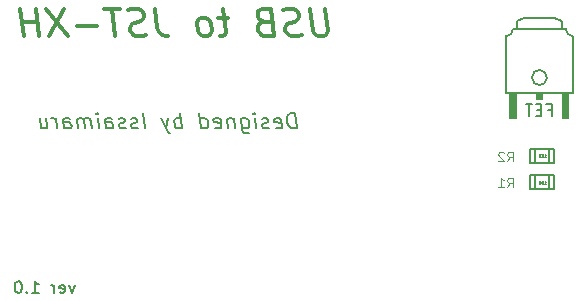
<source format=gbr>
%TF.GenerationSoftware,KiCad,Pcbnew,(5.1.10)-1*%
%TF.CreationDate,2022-10-31T19:27:20+09:00*%
%TF.ProjectId,USB_JST-XH_Converter,5553425f-4a53-4542-9d58-485f436f6e76,rev?*%
%TF.SameCoordinates,Original*%
%TF.FileFunction,Legend,Bot*%
%TF.FilePolarity,Positive*%
%FSLAX46Y46*%
G04 Gerber Fmt 4.6, Leading zero omitted, Abs format (unit mm)*
G04 Created by KiCad (PCBNEW (5.1.10)-1) date 2022-10-31 19:27:20*
%MOMM*%
%LPD*%
G01*
G04 APERTURE LIST*
%ADD10C,0.150000*%
%ADD11C,0.200000*%
%ADD12C,0.300000*%
%ADD13C,0.127000*%
%ADD14C,0.100000*%
%ADD15C,0.020320*%
G04 APERTURE END LIST*
D10*
X131457619Y-120785714D02*
X131219523Y-121452380D01*
X130981428Y-120785714D01*
X130219523Y-121404761D02*
X130314761Y-121452380D01*
X130505238Y-121452380D01*
X130600476Y-121404761D01*
X130648095Y-121309523D01*
X130648095Y-120928571D01*
X130600476Y-120833333D01*
X130505238Y-120785714D01*
X130314761Y-120785714D01*
X130219523Y-120833333D01*
X130171904Y-120928571D01*
X130171904Y-121023809D01*
X130648095Y-121119047D01*
X129743333Y-121452380D02*
X129743333Y-120785714D01*
X129743333Y-120976190D02*
X129695714Y-120880952D01*
X129648095Y-120833333D01*
X129552857Y-120785714D01*
X129457619Y-120785714D01*
X127838571Y-121452380D02*
X128410000Y-121452380D01*
X128124285Y-121452380D02*
X128124285Y-120452380D01*
X128219523Y-120595238D01*
X128314761Y-120690476D01*
X128410000Y-120738095D01*
X127410000Y-121357142D02*
X127362380Y-121404761D01*
X127410000Y-121452380D01*
X127457619Y-121404761D01*
X127410000Y-121357142D01*
X127410000Y-121452380D01*
X126743333Y-120452380D02*
X126648095Y-120452380D01*
X126552857Y-120500000D01*
X126505238Y-120547619D01*
X126457619Y-120642857D01*
X126410000Y-120833333D01*
X126410000Y-121071428D01*
X126457619Y-121261904D01*
X126505238Y-121357142D01*
X126552857Y-121404761D01*
X126648095Y-121452380D01*
X126743333Y-121452380D01*
X126838571Y-121404761D01*
X126886190Y-121357142D01*
X126933809Y-121261904D01*
X126981428Y-121071428D01*
X126981428Y-120833333D01*
X126933809Y-120642857D01*
X126886190Y-120547619D01*
X126838571Y-120500000D01*
X126743333Y-120452380D01*
D11*
X150293720Y-107508095D02*
X150131220Y-106208095D01*
X149821696Y-106208095D01*
X149643720Y-106270000D01*
X149535386Y-106393809D01*
X149488958Y-106517619D01*
X149458005Y-106765238D01*
X149481220Y-106950952D01*
X149574077Y-107198571D01*
X149651458Y-107322380D01*
X149790744Y-107446190D01*
X149984196Y-107508095D01*
X150293720Y-107508095D01*
X148490744Y-107446190D02*
X148622291Y-107508095D01*
X148869910Y-107508095D01*
X148985982Y-107446190D01*
X149032410Y-107322380D01*
X148970505Y-106827142D01*
X148893125Y-106703333D01*
X148761577Y-106641428D01*
X148513958Y-106641428D01*
X148397886Y-106703333D01*
X148351458Y-106827142D01*
X148366934Y-106950952D01*
X149001458Y-107074761D01*
X147933601Y-107446190D02*
X147817529Y-107508095D01*
X147569910Y-107508095D01*
X147438363Y-107446190D01*
X147360982Y-107322380D01*
X147353244Y-107260476D01*
X147399672Y-107136666D01*
X147515744Y-107074761D01*
X147701458Y-107074761D01*
X147817529Y-107012857D01*
X147863958Y-106889047D01*
X147856220Y-106827142D01*
X147778839Y-106703333D01*
X147647291Y-106641428D01*
X147461577Y-106641428D01*
X147345505Y-106703333D01*
X146827053Y-107508095D02*
X146718720Y-106641428D01*
X146664553Y-106208095D02*
X146734196Y-106270000D01*
X146680029Y-106331904D01*
X146610386Y-106270000D01*
X146664553Y-106208095D01*
X146680029Y-106331904D01*
X145542529Y-106641428D02*
X145674077Y-107693809D01*
X145751458Y-107817619D01*
X145821101Y-107879523D01*
X145952648Y-107941428D01*
X146138363Y-107941428D01*
X146254434Y-107879523D01*
X145643125Y-107446190D02*
X145774672Y-107508095D01*
X146022291Y-107508095D01*
X146138363Y-107446190D01*
X146192529Y-107384285D01*
X146238958Y-107260476D01*
X146192529Y-106889047D01*
X146115148Y-106765238D01*
X146045505Y-106703333D01*
X145913958Y-106641428D01*
X145666339Y-106641428D01*
X145550267Y-106703333D01*
X144923482Y-106641428D02*
X145031815Y-107508095D01*
X144938958Y-106765238D02*
X144869315Y-106703333D01*
X144737767Y-106641428D01*
X144552053Y-106641428D01*
X144435982Y-106703333D01*
X144389553Y-106827142D01*
X144474672Y-107508095D01*
X143352648Y-107446190D02*
X143484196Y-107508095D01*
X143731815Y-107508095D01*
X143847886Y-107446190D01*
X143894315Y-107322380D01*
X143832410Y-106827142D01*
X143755029Y-106703333D01*
X143623482Y-106641428D01*
X143375863Y-106641428D01*
X143259791Y-106703333D01*
X143213363Y-106827142D01*
X143228839Y-106950952D01*
X143863363Y-107074761D01*
X142184196Y-107508095D02*
X142021696Y-106208095D01*
X142176458Y-107446190D02*
X142308005Y-107508095D01*
X142555625Y-107508095D01*
X142671696Y-107446190D01*
X142725863Y-107384285D01*
X142772291Y-107260476D01*
X142725863Y-106889047D01*
X142648482Y-106765238D01*
X142578839Y-106703333D01*
X142447291Y-106641428D01*
X142199672Y-106641428D01*
X142083601Y-106703333D01*
X140574672Y-107508095D02*
X140412172Y-106208095D01*
X140474077Y-106703333D02*
X140342529Y-106641428D01*
X140094910Y-106641428D01*
X139978839Y-106703333D01*
X139924672Y-106765238D01*
X139878244Y-106889047D01*
X139924672Y-107260476D01*
X140002053Y-107384285D01*
X140071696Y-107446190D01*
X140203244Y-107508095D01*
X140450863Y-107508095D01*
X140566934Y-107446190D01*
X139413958Y-106641428D02*
X139212767Y-107508095D01*
X138794910Y-106641428D02*
X139212767Y-107508095D01*
X139375267Y-107817619D01*
X139444910Y-107879523D01*
X139576458Y-107941428D01*
X137417529Y-107508095D02*
X137255029Y-106208095D01*
X136852648Y-107446190D02*
X136736577Y-107508095D01*
X136488958Y-107508095D01*
X136357410Y-107446190D01*
X136280029Y-107322380D01*
X136272291Y-107260476D01*
X136318720Y-107136666D01*
X136434791Y-107074761D01*
X136620505Y-107074761D01*
X136736577Y-107012857D01*
X136783005Y-106889047D01*
X136775267Y-106827142D01*
X136697886Y-106703333D01*
X136566339Y-106641428D01*
X136380625Y-106641428D01*
X136264553Y-106703333D01*
X135800267Y-107446190D02*
X135684196Y-107508095D01*
X135436577Y-107508095D01*
X135305029Y-107446190D01*
X135227648Y-107322380D01*
X135219910Y-107260476D01*
X135266339Y-107136666D01*
X135382410Y-107074761D01*
X135568125Y-107074761D01*
X135684196Y-107012857D01*
X135730625Y-106889047D01*
X135722886Y-106827142D01*
X135645505Y-106703333D01*
X135513958Y-106641428D01*
X135328244Y-106641428D01*
X135212172Y-106703333D01*
X134136577Y-107508095D02*
X134051458Y-106827142D01*
X134097886Y-106703333D01*
X134213958Y-106641428D01*
X134461577Y-106641428D01*
X134593125Y-106703333D01*
X134128839Y-107446190D02*
X134260386Y-107508095D01*
X134569910Y-107508095D01*
X134685982Y-107446190D01*
X134732410Y-107322380D01*
X134716934Y-107198571D01*
X134639553Y-107074761D01*
X134508005Y-107012857D01*
X134198482Y-107012857D01*
X134066934Y-106950952D01*
X133517529Y-107508095D02*
X133409196Y-106641428D01*
X133355029Y-106208095D02*
X133424672Y-106270000D01*
X133370505Y-106331904D01*
X133300863Y-106270000D01*
X133355029Y-106208095D01*
X133370505Y-106331904D01*
X132898482Y-107508095D02*
X132790148Y-106641428D01*
X132805625Y-106765238D02*
X132735982Y-106703333D01*
X132604434Y-106641428D01*
X132418720Y-106641428D01*
X132302648Y-106703333D01*
X132256220Y-106827142D01*
X132341339Y-107508095D01*
X132256220Y-106827142D02*
X132178839Y-106703333D01*
X132047291Y-106641428D01*
X131861577Y-106641428D01*
X131745505Y-106703333D01*
X131699077Y-106827142D01*
X131784196Y-107508095D01*
X130608005Y-107508095D02*
X130522886Y-106827142D01*
X130569315Y-106703333D01*
X130685386Y-106641428D01*
X130933005Y-106641428D01*
X131064553Y-106703333D01*
X130600267Y-107446190D02*
X130731815Y-107508095D01*
X131041339Y-107508095D01*
X131157410Y-107446190D01*
X131203839Y-107322380D01*
X131188363Y-107198571D01*
X131110982Y-107074761D01*
X130979434Y-107012857D01*
X130669910Y-107012857D01*
X130538363Y-106950952D01*
X129988958Y-107508095D02*
X129880625Y-106641428D01*
X129911577Y-106889047D02*
X129834196Y-106765238D01*
X129764553Y-106703333D01*
X129633005Y-106641428D01*
X129509196Y-106641428D01*
X128518720Y-106641428D02*
X128627053Y-107508095D01*
X129075863Y-106641428D02*
X129160982Y-107322380D01*
X129114553Y-107446190D01*
X128998482Y-107508095D01*
X128812767Y-107508095D01*
X128681220Y-107446190D01*
X128611577Y-107384285D01*
D12*
X152702619Y-97390476D02*
X152935357Y-99252380D01*
X152853214Y-99471428D01*
X152757380Y-99580952D01*
X152552023Y-99690476D01*
X152113928Y-99690476D01*
X151881190Y-99580952D01*
X151757976Y-99471428D01*
X151621071Y-99252380D01*
X151388333Y-97390476D01*
X150676428Y-99580952D02*
X150361547Y-99690476D01*
X149813928Y-99690476D01*
X149581190Y-99580952D01*
X149457976Y-99471428D01*
X149321071Y-99252380D01*
X149293690Y-99033333D01*
X149375833Y-98814285D01*
X149471666Y-98704761D01*
X149677023Y-98595238D01*
X150101428Y-98485714D01*
X150306785Y-98376190D01*
X150402619Y-98266666D01*
X150484761Y-98047619D01*
X150457380Y-97828571D01*
X150320476Y-97609523D01*
X150197261Y-97500000D01*
X149964523Y-97390476D01*
X149416904Y-97390476D01*
X149102023Y-97500000D01*
X147472857Y-98485714D02*
X147157976Y-98595238D01*
X147062142Y-98704761D01*
X146980000Y-98923809D01*
X147021071Y-99252380D01*
X147157976Y-99471428D01*
X147281190Y-99580952D01*
X147513928Y-99690476D01*
X148390119Y-99690476D01*
X148102619Y-97390476D01*
X147335952Y-97390476D01*
X147130595Y-97500000D01*
X147034761Y-97609523D01*
X146952619Y-97828571D01*
X146980000Y-98047619D01*
X147116904Y-98266666D01*
X147240119Y-98376190D01*
X147472857Y-98485714D01*
X148239523Y-98485714D01*
X144474642Y-98157142D02*
X143598452Y-98157142D01*
X144050238Y-97390476D02*
X144296666Y-99361904D01*
X144214523Y-99580952D01*
X144009166Y-99690476D01*
X143790119Y-99690476D01*
X142694880Y-99690476D02*
X142900238Y-99580952D01*
X142996071Y-99471428D01*
X143078214Y-99252380D01*
X142996071Y-98595238D01*
X142859166Y-98376190D01*
X142735952Y-98266666D01*
X142503214Y-98157142D01*
X142174642Y-98157142D01*
X141969285Y-98266666D01*
X141873452Y-98376190D01*
X141791309Y-98595238D01*
X141873452Y-99252380D01*
X142010357Y-99471428D01*
X142133571Y-99580952D01*
X142366309Y-99690476D01*
X142694880Y-99690476D01*
X138245476Y-97390476D02*
X138450833Y-99033333D01*
X138601428Y-99361904D01*
X138847857Y-99580952D01*
X139190119Y-99690476D01*
X139409166Y-99690476D01*
X137533571Y-99580952D02*
X137218690Y-99690476D01*
X136671071Y-99690476D01*
X136438333Y-99580952D01*
X136315119Y-99471428D01*
X136178214Y-99252380D01*
X136150833Y-99033333D01*
X136232976Y-98814285D01*
X136328809Y-98704761D01*
X136534166Y-98595238D01*
X136958571Y-98485714D01*
X137163928Y-98376190D01*
X137259761Y-98266666D01*
X137341904Y-98047619D01*
X137314523Y-97828571D01*
X137177619Y-97609523D01*
X137054404Y-97500000D01*
X136821666Y-97390476D01*
X136274047Y-97390476D01*
X135959166Y-97500000D01*
X135288333Y-97390476D02*
X133974047Y-97390476D01*
X134918690Y-99690476D02*
X134631190Y-97390476D01*
X133385357Y-98814285D02*
X131632976Y-98814285D01*
X130578809Y-97390476D02*
X129332976Y-99690476D01*
X129045476Y-97390476D02*
X130866309Y-99690476D01*
X128456785Y-99690476D02*
X128169285Y-97390476D01*
X128306190Y-98485714D02*
X126991904Y-98485714D01*
X127142500Y-99690476D02*
X126855000Y-97390476D01*
D10*
X171510476Y-105948571D02*
X171843809Y-105948571D01*
X171843809Y-106472380D02*
X171843809Y-105472380D01*
X171367619Y-105472380D01*
X170986666Y-105948571D02*
X170653333Y-105948571D01*
X170510476Y-106472380D02*
X170986666Y-106472380D01*
X170986666Y-105472380D01*
X170510476Y-105472380D01*
X170224761Y-105472380D02*
X169653333Y-105472380D01*
X169939047Y-106472380D02*
X169939047Y-105472380D01*
D13*
%TO.C,FET-1*%
X171457100Y-103217100D02*
G75*
G03*
X171457100Y-103217100I-635000J0D01*
G01*
X168917100Y-98454600D02*
X168917100Y-99089600D01*
X169552100Y-98137100D02*
X168917100Y-98454600D01*
X172092100Y-98137100D02*
X169552100Y-98137100D01*
X172727100Y-98454600D02*
X172092100Y-98137100D01*
X172727100Y-99089600D02*
X172727100Y-98454600D01*
X173679600Y-99724600D02*
X173679600Y-104487100D01*
X173679600Y-99724600D02*
G75*
G02*
X173044600Y-99089600I0J635000D01*
G01*
X172727100Y-99089600D02*
X173044600Y-99089600D01*
X168917100Y-99089600D02*
X172727100Y-99089600D01*
X168599600Y-99089600D02*
X168917100Y-99089600D01*
X168599600Y-99089600D02*
G75*
G02*
X167964600Y-99724600I-635000J0D01*
G01*
X167964600Y-104487100D02*
X167964600Y-99724600D01*
X173679600Y-104487100D02*
X167964600Y-104487100D01*
D14*
G36*
X171139600Y-104487100D02*
G01*
X171139600Y-105122100D01*
X170504600Y-105122100D01*
X170504600Y-104487100D01*
X171139600Y-104487100D01*
G37*
G36*
X168917100Y-104487100D02*
G01*
X168917100Y-106709600D01*
X168282100Y-106709600D01*
X168282100Y-104487100D01*
X168917100Y-104487100D01*
G37*
G36*
X173362100Y-104487100D02*
G01*
X173362100Y-106709600D01*
X172727100Y-106709600D01*
X172727100Y-104487100D01*
X173362100Y-104487100D01*
G37*
D13*
%TO.C,R1*%
X170431100Y-111443600D02*
X170431100Y-112693600D01*
X171631100Y-111443600D02*
X171631100Y-112693600D01*
X172031100Y-111443600D02*
X172031100Y-112693600D01*
X171631100Y-111443600D02*
X172031100Y-111443600D01*
X170431100Y-111443600D02*
X171631100Y-111443600D01*
X170031100Y-111443600D02*
X170431100Y-111443600D01*
X170031100Y-112693600D02*
X170031100Y-111443600D01*
X170431100Y-112693600D02*
X170031100Y-112693600D01*
X171631100Y-112693600D02*
X170431100Y-112693600D01*
X172031100Y-112693600D02*
X171631100Y-112693600D01*
%TO.C,R2*%
X170431100Y-109233600D02*
X170431100Y-110483600D01*
X171631100Y-109233600D02*
X171631100Y-110483600D01*
X172031100Y-109233600D02*
X172031100Y-110483600D01*
X171631100Y-109233600D02*
X172031100Y-109233600D01*
X170431100Y-109233600D02*
X171631100Y-109233600D01*
X170031100Y-109233600D02*
X170431100Y-109233600D01*
X170031100Y-110483600D02*
X170031100Y-109233600D01*
X170431100Y-110483600D02*
X170031100Y-110483600D01*
X171631100Y-110483600D02*
X170431100Y-110483600D01*
X172031100Y-110483600D02*
X171631100Y-110483600D01*
%TO.C,R1*%
D14*
X168089285Y-112501904D02*
X168355952Y-112120952D01*
X168546428Y-112501904D02*
X168546428Y-111701904D01*
X168241666Y-111701904D01*
X168165476Y-111740000D01*
X168127380Y-111778095D01*
X168089285Y-111854285D01*
X168089285Y-111968571D01*
X168127380Y-112044761D01*
X168165476Y-112082857D01*
X168241666Y-112120952D01*
X168546428Y-112120952D01*
X167327380Y-112501904D02*
X167784523Y-112501904D01*
X167555952Y-112501904D02*
X167555952Y-111701904D01*
X167632142Y-111816190D01*
X167708333Y-111892380D01*
X167784523Y-111930476D01*
D15*
X171238788Y-112228509D02*
X171376674Y-112228509D01*
X171307731Y-112228509D02*
X171307731Y-111987209D01*
X171330712Y-112021680D01*
X171353693Y-112044661D01*
X171376674Y-112056152D01*
X171089412Y-111987209D02*
X171066431Y-111987209D01*
X171043450Y-111998700D01*
X171031960Y-112010190D01*
X171020469Y-112033171D01*
X171008979Y-112079133D01*
X171008979Y-112136585D01*
X171020469Y-112182547D01*
X171031960Y-112205528D01*
X171043450Y-112217019D01*
X171066431Y-112228509D01*
X171089412Y-112228509D01*
X171112393Y-112217019D01*
X171123884Y-112205528D01*
X171135374Y-112182547D01*
X171146865Y-112136585D01*
X171146865Y-112079133D01*
X171135374Y-112033171D01*
X171123884Y-112010190D01*
X171112393Y-111998700D01*
X171089412Y-111987209D01*
X170859603Y-111987209D02*
X170836622Y-111987209D01*
X170813641Y-111998700D01*
X170802150Y-112010190D01*
X170790660Y-112033171D01*
X170779169Y-112079133D01*
X170779169Y-112136585D01*
X170790660Y-112182547D01*
X170802150Y-112205528D01*
X170813641Y-112217019D01*
X170836622Y-112228509D01*
X170859603Y-112228509D01*
X170882584Y-112217019D01*
X170894074Y-112205528D01*
X170905565Y-112182547D01*
X170917055Y-112136585D01*
X170917055Y-112079133D01*
X170905565Y-112033171D01*
X170894074Y-112010190D01*
X170882584Y-111998700D01*
X170859603Y-111987209D01*
%TO.C,R2*%
D14*
X168089285Y-110301904D02*
X168355952Y-109920952D01*
X168546428Y-110301904D02*
X168546428Y-109501904D01*
X168241666Y-109501904D01*
X168165476Y-109540000D01*
X168127380Y-109578095D01*
X168089285Y-109654285D01*
X168089285Y-109768571D01*
X168127380Y-109844761D01*
X168165476Y-109882857D01*
X168241666Y-109920952D01*
X168546428Y-109920952D01*
X167784523Y-109578095D02*
X167746428Y-109540000D01*
X167670238Y-109501904D01*
X167479761Y-109501904D01*
X167403571Y-109540000D01*
X167365476Y-109578095D01*
X167327380Y-109654285D01*
X167327380Y-109730476D01*
X167365476Y-109844761D01*
X167822619Y-110301904D01*
X167327380Y-110301904D01*
D15*
X171238788Y-109968509D02*
X171376674Y-109968509D01*
X171307731Y-109968509D02*
X171307731Y-109727209D01*
X171330712Y-109761680D01*
X171353693Y-109784661D01*
X171376674Y-109796152D01*
X171089412Y-109727209D02*
X171066431Y-109727209D01*
X171043450Y-109738700D01*
X171031960Y-109750190D01*
X171020469Y-109773171D01*
X171008979Y-109819133D01*
X171008979Y-109876585D01*
X171020469Y-109922547D01*
X171031960Y-109945528D01*
X171043450Y-109957019D01*
X171066431Y-109968509D01*
X171089412Y-109968509D01*
X171112393Y-109957019D01*
X171123884Y-109945528D01*
X171135374Y-109922547D01*
X171146865Y-109876585D01*
X171146865Y-109819133D01*
X171135374Y-109773171D01*
X171123884Y-109750190D01*
X171112393Y-109738700D01*
X171089412Y-109727209D01*
X170928546Y-109727209D02*
X170779169Y-109727209D01*
X170859603Y-109819133D01*
X170825131Y-109819133D01*
X170802150Y-109830623D01*
X170790660Y-109842114D01*
X170779169Y-109865095D01*
X170779169Y-109922547D01*
X170790660Y-109945528D01*
X170802150Y-109957019D01*
X170825131Y-109968509D01*
X170894074Y-109968509D01*
X170917055Y-109957019D01*
X170928546Y-109945528D01*
%TD*%
M02*

</source>
